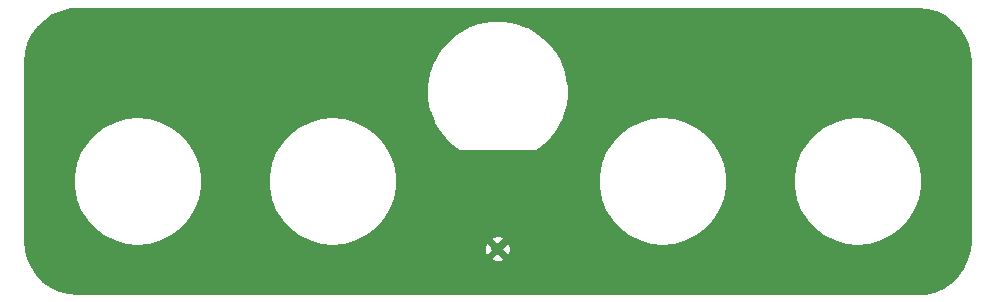
<source format=gtl>
G04 #@! TF.GenerationSoftware,KiCad,Pcbnew,5.1.10-88a1d61d58~88~ubuntu20.04.1*
G04 #@! TF.CreationDate,2021-06-29T16:33:38-04:00*
G04 #@! TF.ProjectId,whooshy_sound_jack_panel,77686f6f-7368-4795-9f73-6f756e645f6a,0*
G04 #@! TF.SameCoordinates,Original*
G04 #@! TF.FileFunction,Copper,L1,Top*
G04 #@! TF.FilePolarity,Positive*
%FSLAX46Y46*%
G04 Gerber Fmt 4.6, Leading zero omitted, Abs format (unit mm)*
G04 Created by KiCad (PCBNEW 5.1.10-88a1d61d58~88~ubuntu20.04.1) date 2021-06-29 16:33:38*
%MOMM*%
%LPD*%
G01*
G04 APERTURE LIST*
G04 #@! TA.AperFunction,SMDPad,CuDef*
%ADD10C,1.000000*%
G04 #@! TD*
G04 #@! TA.AperFunction,ViaPad*
%ADD11C,0.800000*%
G04 #@! TD*
G04 #@! TA.AperFunction,Conductor*
%ADD12C,0.254000*%
G04 #@! TD*
G04 #@! TA.AperFunction,Conductor*
%ADD13C,0.100000*%
G04 #@! TD*
G04 APERTURE END LIST*
D10*
X116840000Y-56515000D03*
D11*
X116840000Y-56515000D03*
D12*
X153182249Y-36292437D02*
X153939774Y-36499672D01*
X154648625Y-36837777D01*
X155286404Y-37296067D01*
X155832946Y-37860055D01*
X156270977Y-38511913D01*
X156586651Y-39231038D01*
X156771206Y-39999768D01*
X156820001Y-40664221D01*
X156820000Y-55850608D01*
X156747563Y-56662249D01*
X156540328Y-57419774D01*
X156202221Y-58128627D01*
X155743928Y-58766410D01*
X155179945Y-59312946D01*
X154528085Y-59750978D01*
X153808963Y-60066651D01*
X153040232Y-60251206D01*
X152375792Y-60300000D01*
X81309392Y-60300000D01*
X80497751Y-60227563D01*
X79740226Y-60020328D01*
X79031373Y-59682221D01*
X78393590Y-59223928D01*
X77847054Y-58659945D01*
X77409022Y-58008085D01*
X77095194Y-57293166D01*
X116241439Y-57293166D01*
X116276550Y-57506588D01*
X116480826Y-57597458D01*
X116698905Y-57646731D01*
X116922406Y-57652511D01*
X117142740Y-57614577D01*
X117351440Y-57534387D01*
X117403450Y-57506588D01*
X117438561Y-57293166D01*
X116840000Y-56694605D01*
X116241439Y-57293166D01*
X77095194Y-57293166D01*
X77093349Y-57288963D01*
X76927322Y-56597406D01*
X115702489Y-56597406D01*
X115740423Y-56817740D01*
X115820613Y-57026440D01*
X115848412Y-57078450D01*
X116061834Y-57113561D01*
X116660395Y-56515000D01*
X117019605Y-56515000D01*
X117618166Y-57113561D01*
X117831588Y-57078450D01*
X117922458Y-56874174D01*
X117971731Y-56656095D01*
X117977511Y-56432594D01*
X117939577Y-56212260D01*
X117859387Y-56003560D01*
X117831588Y-55951550D01*
X117618166Y-55916439D01*
X117019605Y-56515000D01*
X116660395Y-56515000D01*
X116061834Y-55916439D01*
X115848412Y-55951550D01*
X115757542Y-56155826D01*
X115708269Y-56373905D01*
X115702489Y-56597406D01*
X76927322Y-56597406D01*
X76908794Y-56520232D01*
X76860000Y-55855792D01*
X76860000Y-50294369D01*
X80903377Y-50294369D01*
X80903377Y-51305631D01*
X81089195Y-52299673D01*
X81454505Y-53242646D01*
X81986866Y-54102438D01*
X82668148Y-54849769D01*
X83475152Y-55459190D01*
X84380396Y-55909948D01*
X85353053Y-56186693D01*
X86360000Y-56280000D01*
X87366947Y-56186693D01*
X88339604Y-55909948D01*
X89244848Y-55459190D01*
X90051852Y-54849769D01*
X90733134Y-54102438D01*
X91265495Y-53242646D01*
X91630805Y-52299673D01*
X91816623Y-51305631D01*
X91816623Y-50294369D01*
X97413377Y-50294369D01*
X97413377Y-51305631D01*
X97599195Y-52299673D01*
X97964505Y-53242646D01*
X98496866Y-54102438D01*
X99178148Y-54849769D01*
X99985152Y-55459190D01*
X100890396Y-55909948D01*
X101863053Y-56186693D01*
X102870000Y-56280000D01*
X103876947Y-56186693D01*
X104849604Y-55909948D01*
X105197263Y-55736834D01*
X116241439Y-55736834D01*
X116840000Y-56335395D01*
X117438561Y-55736834D01*
X117403450Y-55523412D01*
X117199174Y-55432542D01*
X116981095Y-55383269D01*
X116757594Y-55377489D01*
X116537260Y-55415423D01*
X116328560Y-55495613D01*
X116276550Y-55523412D01*
X116241439Y-55736834D01*
X105197263Y-55736834D01*
X105754848Y-55459190D01*
X106561852Y-54849769D01*
X107243134Y-54102438D01*
X107775495Y-53242646D01*
X108140805Y-52299673D01*
X108326623Y-51305631D01*
X108326623Y-50294369D01*
X125353377Y-50294369D01*
X125353377Y-51305631D01*
X125539195Y-52299673D01*
X125904505Y-53242646D01*
X126436866Y-54102438D01*
X127118148Y-54849769D01*
X127925152Y-55459190D01*
X128830396Y-55909948D01*
X129803053Y-56186693D01*
X130810000Y-56280000D01*
X131816947Y-56186693D01*
X132789604Y-55909948D01*
X133694848Y-55459190D01*
X134501852Y-54849769D01*
X135183134Y-54102438D01*
X135715495Y-53242646D01*
X136080805Y-52299673D01*
X136266623Y-51305631D01*
X136266623Y-50294369D01*
X141863377Y-50294369D01*
X141863377Y-51305631D01*
X142049195Y-52299673D01*
X142414505Y-53242646D01*
X142946866Y-54102438D01*
X143628148Y-54849769D01*
X144435152Y-55459190D01*
X145340396Y-55909948D01*
X146313053Y-56186693D01*
X147320000Y-56280000D01*
X148326947Y-56186693D01*
X149299604Y-55909948D01*
X150204848Y-55459190D01*
X151011852Y-54849769D01*
X151693134Y-54102438D01*
X152225495Y-53242646D01*
X152590805Y-52299673D01*
X152776623Y-51305631D01*
X152776623Y-50294369D01*
X152590805Y-49300327D01*
X152225495Y-48357354D01*
X151693134Y-47497562D01*
X151011852Y-46750231D01*
X150204848Y-46140810D01*
X149299604Y-45690052D01*
X148326947Y-45413307D01*
X147320000Y-45320000D01*
X146313053Y-45413307D01*
X145340396Y-45690052D01*
X144435152Y-46140810D01*
X143628148Y-46750231D01*
X142946866Y-47497562D01*
X142414505Y-48357354D01*
X142049195Y-49300327D01*
X141863377Y-50294369D01*
X136266623Y-50294369D01*
X136080805Y-49300327D01*
X135715495Y-48357354D01*
X135183134Y-47497562D01*
X134501852Y-46750231D01*
X133694848Y-46140810D01*
X132789604Y-45690052D01*
X131816947Y-45413307D01*
X130810000Y-45320000D01*
X129803053Y-45413307D01*
X128830396Y-45690052D01*
X127925152Y-46140810D01*
X127118148Y-46750231D01*
X126436866Y-47497562D01*
X125904505Y-48357354D01*
X125539195Y-49300327D01*
X125353377Y-50294369D01*
X108326623Y-50294369D01*
X108140805Y-49300327D01*
X107775495Y-48357354D01*
X107243134Y-47497562D01*
X106561852Y-46750231D01*
X105754848Y-46140810D01*
X104849604Y-45690052D01*
X103876947Y-45413307D01*
X102870000Y-45320000D01*
X101863053Y-45413307D01*
X100890396Y-45690052D01*
X99985152Y-46140810D01*
X99178148Y-46750231D01*
X98496866Y-47497562D01*
X97964505Y-48357354D01*
X97599195Y-49300327D01*
X97413377Y-50294369D01*
X91816623Y-50294369D01*
X91630805Y-49300327D01*
X91265495Y-48357354D01*
X90733134Y-47497562D01*
X90051852Y-46750231D01*
X89244848Y-46140810D01*
X88339604Y-45690052D01*
X87366947Y-45413307D01*
X86360000Y-45320000D01*
X85353053Y-45413307D01*
X84380396Y-45690052D01*
X83475152Y-46140810D01*
X82668148Y-46750231D01*
X81986866Y-47497562D01*
X81454505Y-48357354D01*
X81089195Y-49300327D01*
X80903377Y-50294369D01*
X76860000Y-50294369D01*
X76860000Y-42769317D01*
X110806550Y-42769317D01*
X110815749Y-43708750D01*
X110826897Y-43823255D01*
X110999087Y-44746818D01*
X111029950Y-44857646D01*
X111359899Y-45737278D01*
X111409538Y-45841064D01*
X111887221Y-46650037D01*
X111938499Y-46721764D01*
X111954128Y-46743626D01*
X112565030Y-47457360D01*
X112647172Y-47537909D01*
X113322814Y-48093658D01*
X113323052Y-48093948D01*
X113423550Y-48176425D01*
X113538207Y-48237710D01*
X113662617Y-48275450D01*
X113759581Y-48285000D01*
X119920419Y-48285000D01*
X120017383Y-48275450D01*
X120141793Y-48237710D01*
X120256450Y-48176425D01*
X120287219Y-48151173D01*
X120353017Y-48105101D01*
X120377562Y-48084505D01*
X120403626Y-48065872D01*
X121117360Y-47454970D01*
X121197909Y-47372828D01*
X121794718Y-46647268D01*
X121859780Y-46552387D01*
X122321530Y-45734214D01*
X122347497Y-45677074D01*
X122369127Y-45629477D01*
X122681788Y-44743553D01*
X122710474Y-44632141D01*
X122864546Y-43705383D01*
X122873450Y-43590682D01*
X122864251Y-42651250D01*
X122853103Y-42536745D01*
X122853102Y-42536743D01*
X122680913Y-41613182D01*
X122650050Y-41502354D01*
X122320101Y-40622722D01*
X122270462Y-40518936D01*
X121792779Y-39709963D01*
X121725872Y-39616374D01*
X121114970Y-38902640D01*
X121032828Y-38822091D01*
X120307268Y-38225282D01*
X120212386Y-38160220D01*
X120212382Y-38160218D01*
X119394215Y-37698470D01*
X119289477Y-37650873D01*
X119289467Y-37650870D01*
X118403553Y-37338212D01*
X118310706Y-37314306D01*
X118292142Y-37309526D01*
X117365383Y-37155454D01*
X117250683Y-37146550D01*
X116311250Y-37155749D01*
X116196745Y-37166897D01*
X116196743Y-37166898D01*
X115273182Y-37339087D01*
X115178226Y-37365530D01*
X115162354Y-37369950D01*
X114282722Y-37699899D01*
X114178936Y-37749538D01*
X113369963Y-38227221D01*
X113276374Y-38294128D01*
X112562642Y-38905028D01*
X112562641Y-38905029D01*
X112482091Y-38987172D01*
X111885282Y-39712732D01*
X111820221Y-39807613D01*
X111358470Y-40625785D01*
X111310873Y-40730523D01*
X111310870Y-40730533D01*
X110998212Y-41616447D01*
X110975400Y-41705046D01*
X110969526Y-41727858D01*
X110815454Y-42654617D01*
X110806550Y-42769317D01*
X76860000Y-42769317D01*
X76860000Y-40669392D01*
X76932437Y-39857751D01*
X77139672Y-39100226D01*
X77477777Y-38391375D01*
X77936067Y-37753596D01*
X78500055Y-37207054D01*
X79151913Y-36769023D01*
X79871038Y-36453349D01*
X80639768Y-36268794D01*
X81304207Y-36220000D01*
X152370608Y-36220000D01*
X153182249Y-36292437D01*
G04 #@! TA.AperFunction,Conductor*
D13*
G36*
X153182249Y-36292437D02*
G01*
X153939774Y-36499672D01*
X154648625Y-36837777D01*
X155286404Y-37296067D01*
X155832946Y-37860055D01*
X156270977Y-38511913D01*
X156586651Y-39231038D01*
X156771206Y-39999768D01*
X156820001Y-40664221D01*
X156820000Y-55850608D01*
X156747563Y-56662249D01*
X156540328Y-57419774D01*
X156202221Y-58128627D01*
X155743928Y-58766410D01*
X155179945Y-59312946D01*
X154528085Y-59750978D01*
X153808963Y-60066651D01*
X153040232Y-60251206D01*
X152375792Y-60300000D01*
X81309392Y-60300000D01*
X80497751Y-60227563D01*
X79740226Y-60020328D01*
X79031373Y-59682221D01*
X78393590Y-59223928D01*
X77847054Y-58659945D01*
X77409022Y-58008085D01*
X77095194Y-57293166D01*
X116241439Y-57293166D01*
X116276550Y-57506588D01*
X116480826Y-57597458D01*
X116698905Y-57646731D01*
X116922406Y-57652511D01*
X117142740Y-57614577D01*
X117351440Y-57534387D01*
X117403450Y-57506588D01*
X117438561Y-57293166D01*
X116840000Y-56694605D01*
X116241439Y-57293166D01*
X77095194Y-57293166D01*
X77093349Y-57288963D01*
X76927322Y-56597406D01*
X115702489Y-56597406D01*
X115740423Y-56817740D01*
X115820613Y-57026440D01*
X115848412Y-57078450D01*
X116061834Y-57113561D01*
X116660395Y-56515000D01*
X117019605Y-56515000D01*
X117618166Y-57113561D01*
X117831588Y-57078450D01*
X117922458Y-56874174D01*
X117971731Y-56656095D01*
X117977511Y-56432594D01*
X117939577Y-56212260D01*
X117859387Y-56003560D01*
X117831588Y-55951550D01*
X117618166Y-55916439D01*
X117019605Y-56515000D01*
X116660395Y-56515000D01*
X116061834Y-55916439D01*
X115848412Y-55951550D01*
X115757542Y-56155826D01*
X115708269Y-56373905D01*
X115702489Y-56597406D01*
X76927322Y-56597406D01*
X76908794Y-56520232D01*
X76860000Y-55855792D01*
X76860000Y-50294369D01*
X80903377Y-50294369D01*
X80903377Y-51305631D01*
X81089195Y-52299673D01*
X81454505Y-53242646D01*
X81986866Y-54102438D01*
X82668148Y-54849769D01*
X83475152Y-55459190D01*
X84380396Y-55909948D01*
X85353053Y-56186693D01*
X86360000Y-56280000D01*
X87366947Y-56186693D01*
X88339604Y-55909948D01*
X89244848Y-55459190D01*
X90051852Y-54849769D01*
X90733134Y-54102438D01*
X91265495Y-53242646D01*
X91630805Y-52299673D01*
X91816623Y-51305631D01*
X91816623Y-50294369D01*
X97413377Y-50294369D01*
X97413377Y-51305631D01*
X97599195Y-52299673D01*
X97964505Y-53242646D01*
X98496866Y-54102438D01*
X99178148Y-54849769D01*
X99985152Y-55459190D01*
X100890396Y-55909948D01*
X101863053Y-56186693D01*
X102870000Y-56280000D01*
X103876947Y-56186693D01*
X104849604Y-55909948D01*
X105197263Y-55736834D01*
X116241439Y-55736834D01*
X116840000Y-56335395D01*
X117438561Y-55736834D01*
X117403450Y-55523412D01*
X117199174Y-55432542D01*
X116981095Y-55383269D01*
X116757594Y-55377489D01*
X116537260Y-55415423D01*
X116328560Y-55495613D01*
X116276550Y-55523412D01*
X116241439Y-55736834D01*
X105197263Y-55736834D01*
X105754848Y-55459190D01*
X106561852Y-54849769D01*
X107243134Y-54102438D01*
X107775495Y-53242646D01*
X108140805Y-52299673D01*
X108326623Y-51305631D01*
X108326623Y-50294369D01*
X125353377Y-50294369D01*
X125353377Y-51305631D01*
X125539195Y-52299673D01*
X125904505Y-53242646D01*
X126436866Y-54102438D01*
X127118148Y-54849769D01*
X127925152Y-55459190D01*
X128830396Y-55909948D01*
X129803053Y-56186693D01*
X130810000Y-56280000D01*
X131816947Y-56186693D01*
X132789604Y-55909948D01*
X133694848Y-55459190D01*
X134501852Y-54849769D01*
X135183134Y-54102438D01*
X135715495Y-53242646D01*
X136080805Y-52299673D01*
X136266623Y-51305631D01*
X136266623Y-50294369D01*
X141863377Y-50294369D01*
X141863377Y-51305631D01*
X142049195Y-52299673D01*
X142414505Y-53242646D01*
X142946866Y-54102438D01*
X143628148Y-54849769D01*
X144435152Y-55459190D01*
X145340396Y-55909948D01*
X146313053Y-56186693D01*
X147320000Y-56280000D01*
X148326947Y-56186693D01*
X149299604Y-55909948D01*
X150204848Y-55459190D01*
X151011852Y-54849769D01*
X151693134Y-54102438D01*
X152225495Y-53242646D01*
X152590805Y-52299673D01*
X152776623Y-51305631D01*
X152776623Y-50294369D01*
X152590805Y-49300327D01*
X152225495Y-48357354D01*
X151693134Y-47497562D01*
X151011852Y-46750231D01*
X150204848Y-46140810D01*
X149299604Y-45690052D01*
X148326947Y-45413307D01*
X147320000Y-45320000D01*
X146313053Y-45413307D01*
X145340396Y-45690052D01*
X144435152Y-46140810D01*
X143628148Y-46750231D01*
X142946866Y-47497562D01*
X142414505Y-48357354D01*
X142049195Y-49300327D01*
X141863377Y-50294369D01*
X136266623Y-50294369D01*
X136080805Y-49300327D01*
X135715495Y-48357354D01*
X135183134Y-47497562D01*
X134501852Y-46750231D01*
X133694848Y-46140810D01*
X132789604Y-45690052D01*
X131816947Y-45413307D01*
X130810000Y-45320000D01*
X129803053Y-45413307D01*
X128830396Y-45690052D01*
X127925152Y-46140810D01*
X127118148Y-46750231D01*
X126436866Y-47497562D01*
X125904505Y-48357354D01*
X125539195Y-49300327D01*
X125353377Y-50294369D01*
X108326623Y-50294369D01*
X108140805Y-49300327D01*
X107775495Y-48357354D01*
X107243134Y-47497562D01*
X106561852Y-46750231D01*
X105754848Y-46140810D01*
X104849604Y-45690052D01*
X103876947Y-45413307D01*
X102870000Y-45320000D01*
X101863053Y-45413307D01*
X100890396Y-45690052D01*
X99985152Y-46140810D01*
X99178148Y-46750231D01*
X98496866Y-47497562D01*
X97964505Y-48357354D01*
X97599195Y-49300327D01*
X97413377Y-50294369D01*
X91816623Y-50294369D01*
X91630805Y-49300327D01*
X91265495Y-48357354D01*
X90733134Y-47497562D01*
X90051852Y-46750231D01*
X89244848Y-46140810D01*
X88339604Y-45690052D01*
X87366947Y-45413307D01*
X86360000Y-45320000D01*
X85353053Y-45413307D01*
X84380396Y-45690052D01*
X83475152Y-46140810D01*
X82668148Y-46750231D01*
X81986866Y-47497562D01*
X81454505Y-48357354D01*
X81089195Y-49300327D01*
X80903377Y-50294369D01*
X76860000Y-50294369D01*
X76860000Y-42769317D01*
X110806550Y-42769317D01*
X110815749Y-43708750D01*
X110826897Y-43823255D01*
X110999087Y-44746818D01*
X111029950Y-44857646D01*
X111359899Y-45737278D01*
X111409538Y-45841064D01*
X111887221Y-46650037D01*
X111938499Y-46721764D01*
X111954128Y-46743626D01*
X112565030Y-47457360D01*
X112647172Y-47537909D01*
X113322814Y-48093658D01*
X113323052Y-48093948D01*
X113423550Y-48176425D01*
X113538207Y-48237710D01*
X113662617Y-48275450D01*
X113759581Y-48285000D01*
X119920419Y-48285000D01*
X120017383Y-48275450D01*
X120141793Y-48237710D01*
X120256450Y-48176425D01*
X120287219Y-48151173D01*
X120353017Y-48105101D01*
X120377562Y-48084505D01*
X120403626Y-48065872D01*
X121117360Y-47454970D01*
X121197909Y-47372828D01*
X121794718Y-46647268D01*
X121859780Y-46552387D01*
X122321530Y-45734214D01*
X122347497Y-45677074D01*
X122369127Y-45629477D01*
X122681788Y-44743553D01*
X122710474Y-44632141D01*
X122864546Y-43705383D01*
X122873450Y-43590682D01*
X122864251Y-42651250D01*
X122853103Y-42536745D01*
X122853102Y-42536743D01*
X122680913Y-41613182D01*
X122650050Y-41502354D01*
X122320101Y-40622722D01*
X122270462Y-40518936D01*
X121792779Y-39709963D01*
X121725872Y-39616374D01*
X121114970Y-38902640D01*
X121032828Y-38822091D01*
X120307268Y-38225282D01*
X120212386Y-38160220D01*
X120212382Y-38160218D01*
X119394215Y-37698470D01*
X119289477Y-37650873D01*
X119289467Y-37650870D01*
X118403553Y-37338212D01*
X118310706Y-37314306D01*
X118292142Y-37309526D01*
X117365383Y-37155454D01*
X117250683Y-37146550D01*
X116311250Y-37155749D01*
X116196745Y-37166897D01*
X116196743Y-37166898D01*
X115273182Y-37339087D01*
X115178226Y-37365530D01*
X115162354Y-37369950D01*
X114282722Y-37699899D01*
X114178936Y-37749538D01*
X113369963Y-38227221D01*
X113276374Y-38294128D01*
X112562642Y-38905028D01*
X112562641Y-38905029D01*
X112482091Y-38987172D01*
X111885282Y-39712732D01*
X111820221Y-39807613D01*
X111358470Y-40625785D01*
X111310873Y-40730523D01*
X111310870Y-40730533D01*
X110998212Y-41616447D01*
X110975400Y-41705046D01*
X110969526Y-41727858D01*
X110815454Y-42654617D01*
X110806550Y-42769317D01*
X76860000Y-42769317D01*
X76860000Y-40669392D01*
X76932437Y-39857751D01*
X77139672Y-39100226D01*
X77477777Y-38391375D01*
X77936067Y-37753596D01*
X78500055Y-37207054D01*
X79151913Y-36769023D01*
X79871038Y-36453349D01*
X80639768Y-36268794D01*
X81304207Y-36220000D01*
X152370608Y-36220000D01*
X153182249Y-36292437D01*
G37*
G04 #@! TD.AperFunction*
M02*

</source>
